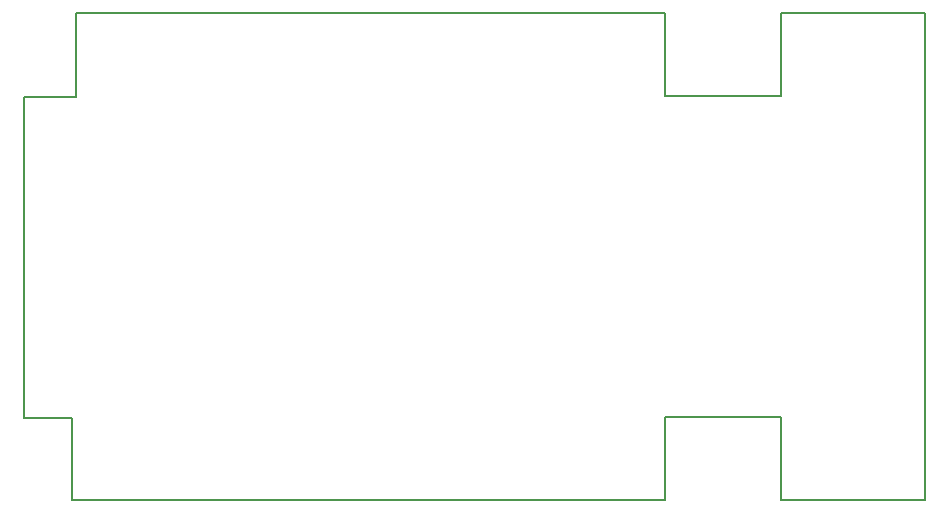
<source format=gbr>
G04 #@! TF.FileFunction,Other,User*
%FSLAX46Y46*%
G04 Gerber Fmt 4.6, Leading zero omitted, Abs format (unit mm)*
G04 Created by KiCad (PCBNEW 4.0.7-e2-6376~58~ubuntu16.04.1) date Sat Oct 21 11:32:06 2017*
%MOMM*%
%LPD*%
G01*
G04 APERTURE LIST*
%ADD10C,0.100000*%
%ADD11C,0.200000*%
G04 APERTURE END LIST*
D10*
D11*
X111400000Y-114700000D02*
X111400000Y-121600000D01*
X107300000Y-114700000D02*
X111400000Y-114700000D01*
X107300000Y-87500000D02*
X107300000Y-114700000D01*
X111700000Y-87500000D02*
X107300000Y-87500000D01*
X111700000Y-80400000D02*
X111700000Y-87500000D01*
X161600000Y-80400000D02*
X111700000Y-80400000D01*
X161600000Y-87400000D02*
X161600000Y-80400000D01*
X171400000Y-87400000D02*
X161600000Y-87400000D01*
X171400000Y-80400000D02*
X171400000Y-87400000D01*
X183600000Y-80400000D02*
X171400000Y-80400000D01*
X183600000Y-121600000D02*
X183600000Y-80400000D01*
X171400000Y-121600000D02*
X183600000Y-121600000D01*
X171400000Y-114600000D02*
X171400000Y-121600000D01*
X161600000Y-114600000D02*
X171400000Y-114600000D01*
X161600000Y-121600000D02*
X161600000Y-114600000D01*
X111400000Y-121600000D02*
X161600000Y-121600000D01*
M02*

</source>
